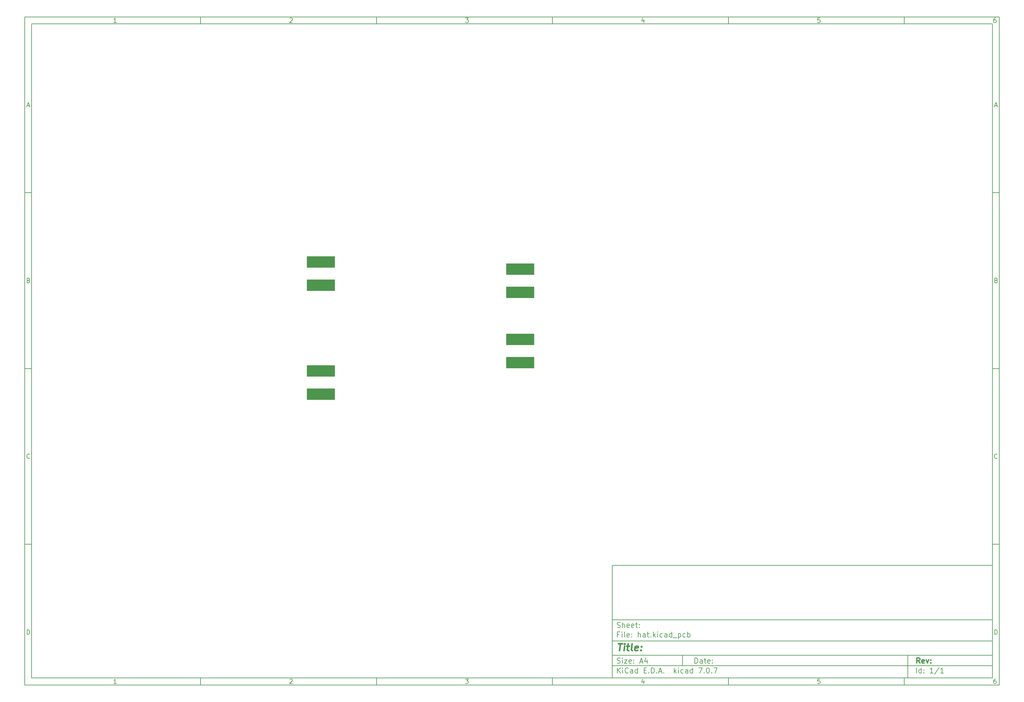
<source format=gbp>
%TF.GenerationSoftware,KiCad,Pcbnew,7.0.7*%
%TF.CreationDate,2023-12-26T13:29:34+01:00*%
%TF.ProjectId,hat,6861742e-6b69-4636-9164-5f7063625858,rev?*%
%TF.SameCoordinates,Original*%
%TF.FileFunction,Paste,Bot*%
%TF.FilePolarity,Positive*%
%FSLAX46Y46*%
G04 Gerber Fmt 4.6, Leading zero omitted, Abs format (unit mm)*
G04 Created by KiCad (PCBNEW 7.0.7) date 2023-12-26 13:29:34*
%MOMM*%
%LPD*%
G01*
G04 APERTURE LIST*
%ADD10C,0.100000*%
%ADD11C,0.150000*%
%ADD12C,0.300000*%
%ADD13C,0.400000*%
%ADD14R,8.000000X3.300000*%
G04 APERTURE END LIST*
D10*
D11*
X177002200Y-166007200D02*
X285002200Y-166007200D01*
X285002200Y-198007200D01*
X177002200Y-198007200D01*
X177002200Y-166007200D01*
D10*
D11*
X10000000Y-10000000D02*
X287002200Y-10000000D01*
X287002200Y-200007200D01*
X10000000Y-200007200D01*
X10000000Y-10000000D01*
D10*
D11*
X12000000Y-12000000D02*
X285002200Y-12000000D01*
X285002200Y-198007200D01*
X12000000Y-198007200D01*
X12000000Y-12000000D01*
D10*
D11*
X60000000Y-12000000D02*
X60000000Y-10000000D01*
D10*
D11*
X110000000Y-12000000D02*
X110000000Y-10000000D01*
D10*
D11*
X160000000Y-12000000D02*
X160000000Y-10000000D01*
D10*
D11*
X210000000Y-12000000D02*
X210000000Y-10000000D01*
D10*
D11*
X260000000Y-12000000D02*
X260000000Y-10000000D01*
D10*
D11*
X36089160Y-11593604D02*
X35346303Y-11593604D01*
X35717731Y-11593604D02*
X35717731Y-10293604D01*
X35717731Y-10293604D02*
X35593922Y-10479319D01*
X35593922Y-10479319D02*
X35470112Y-10603128D01*
X35470112Y-10603128D02*
X35346303Y-10665033D01*
D10*
D11*
X85346303Y-10417414D02*
X85408207Y-10355509D01*
X85408207Y-10355509D02*
X85532017Y-10293604D01*
X85532017Y-10293604D02*
X85841541Y-10293604D01*
X85841541Y-10293604D02*
X85965350Y-10355509D01*
X85965350Y-10355509D02*
X86027255Y-10417414D01*
X86027255Y-10417414D02*
X86089160Y-10541223D01*
X86089160Y-10541223D02*
X86089160Y-10665033D01*
X86089160Y-10665033D02*
X86027255Y-10850747D01*
X86027255Y-10850747D02*
X85284398Y-11593604D01*
X85284398Y-11593604D02*
X86089160Y-11593604D01*
D10*
D11*
X135284398Y-10293604D02*
X136089160Y-10293604D01*
X136089160Y-10293604D02*
X135655826Y-10788842D01*
X135655826Y-10788842D02*
X135841541Y-10788842D01*
X135841541Y-10788842D02*
X135965350Y-10850747D01*
X135965350Y-10850747D02*
X136027255Y-10912652D01*
X136027255Y-10912652D02*
X136089160Y-11036461D01*
X136089160Y-11036461D02*
X136089160Y-11345985D01*
X136089160Y-11345985D02*
X136027255Y-11469795D01*
X136027255Y-11469795D02*
X135965350Y-11531700D01*
X135965350Y-11531700D02*
X135841541Y-11593604D01*
X135841541Y-11593604D02*
X135470112Y-11593604D01*
X135470112Y-11593604D02*
X135346303Y-11531700D01*
X135346303Y-11531700D02*
X135284398Y-11469795D01*
D10*
D11*
X185965350Y-10726938D02*
X185965350Y-11593604D01*
X185655826Y-10231700D02*
X185346303Y-11160271D01*
X185346303Y-11160271D02*
X186151064Y-11160271D01*
D10*
D11*
X236027255Y-10293604D02*
X235408207Y-10293604D01*
X235408207Y-10293604D02*
X235346303Y-10912652D01*
X235346303Y-10912652D02*
X235408207Y-10850747D01*
X235408207Y-10850747D02*
X235532017Y-10788842D01*
X235532017Y-10788842D02*
X235841541Y-10788842D01*
X235841541Y-10788842D02*
X235965350Y-10850747D01*
X235965350Y-10850747D02*
X236027255Y-10912652D01*
X236027255Y-10912652D02*
X236089160Y-11036461D01*
X236089160Y-11036461D02*
X236089160Y-11345985D01*
X236089160Y-11345985D02*
X236027255Y-11469795D01*
X236027255Y-11469795D02*
X235965350Y-11531700D01*
X235965350Y-11531700D02*
X235841541Y-11593604D01*
X235841541Y-11593604D02*
X235532017Y-11593604D01*
X235532017Y-11593604D02*
X235408207Y-11531700D01*
X235408207Y-11531700D02*
X235346303Y-11469795D01*
D10*
D11*
X285965350Y-10293604D02*
X285717731Y-10293604D01*
X285717731Y-10293604D02*
X285593922Y-10355509D01*
X285593922Y-10355509D02*
X285532017Y-10417414D01*
X285532017Y-10417414D02*
X285408207Y-10603128D01*
X285408207Y-10603128D02*
X285346303Y-10850747D01*
X285346303Y-10850747D02*
X285346303Y-11345985D01*
X285346303Y-11345985D02*
X285408207Y-11469795D01*
X285408207Y-11469795D02*
X285470112Y-11531700D01*
X285470112Y-11531700D02*
X285593922Y-11593604D01*
X285593922Y-11593604D02*
X285841541Y-11593604D01*
X285841541Y-11593604D02*
X285965350Y-11531700D01*
X285965350Y-11531700D02*
X286027255Y-11469795D01*
X286027255Y-11469795D02*
X286089160Y-11345985D01*
X286089160Y-11345985D02*
X286089160Y-11036461D01*
X286089160Y-11036461D02*
X286027255Y-10912652D01*
X286027255Y-10912652D02*
X285965350Y-10850747D01*
X285965350Y-10850747D02*
X285841541Y-10788842D01*
X285841541Y-10788842D02*
X285593922Y-10788842D01*
X285593922Y-10788842D02*
X285470112Y-10850747D01*
X285470112Y-10850747D02*
X285408207Y-10912652D01*
X285408207Y-10912652D02*
X285346303Y-11036461D01*
D10*
D11*
X60000000Y-198007200D02*
X60000000Y-200007200D01*
D10*
D11*
X110000000Y-198007200D02*
X110000000Y-200007200D01*
D10*
D11*
X160000000Y-198007200D02*
X160000000Y-200007200D01*
D10*
D11*
X210000000Y-198007200D02*
X210000000Y-200007200D01*
D10*
D11*
X260000000Y-198007200D02*
X260000000Y-200007200D01*
D10*
D11*
X36089160Y-199600804D02*
X35346303Y-199600804D01*
X35717731Y-199600804D02*
X35717731Y-198300804D01*
X35717731Y-198300804D02*
X35593922Y-198486519D01*
X35593922Y-198486519D02*
X35470112Y-198610328D01*
X35470112Y-198610328D02*
X35346303Y-198672233D01*
D10*
D11*
X85346303Y-198424614D02*
X85408207Y-198362709D01*
X85408207Y-198362709D02*
X85532017Y-198300804D01*
X85532017Y-198300804D02*
X85841541Y-198300804D01*
X85841541Y-198300804D02*
X85965350Y-198362709D01*
X85965350Y-198362709D02*
X86027255Y-198424614D01*
X86027255Y-198424614D02*
X86089160Y-198548423D01*
X86089160Y-198548423D02*
X86089160Y-198672233D01*
X86089160Y-198672233D02*
X86027255Y-198857947D01*
X86027255Y-198857947D02*
X85284398Y-199600804D01*
X85284398Y-199600804D02*
X86089160Y-199600804D01*
D10*
D11*
X135284398Y-198300804D02*
X136089160Y-198300804D01*
X136089160Y-198300804D02*
X135655826Y-198796042D01*
X135655826Y-198796042D02*
X135841541Y-198796042D01*
X135841541Y-198796042D02*
X135965350Y-198857947D01*
X135965350Y-198857947D02*
X136027255Y-198919852D01*
X136027255Y-198919852D02*
X136089160Y-199043661D01*
X136089160Y-199043661D02*
X136089160Y-199353185D01*
X136089160Y-199353185D02*
X136027255Y-199476995D01*
X136027255Y-199476995D02*
X135965350Y-199538900D01*
X135965350Y-199538900D02*
X135841541Y-199600804D01*
X135841541Y-199600804D02*
X135470112Y-199600804D01*
X135470112Y-199600804D02*
X135346303Y-199538900D01*
X135346303Y-199538900D02*
X135284398Y-199476995D01*
D10*
D11*
X185965350Y-198734138D02*
X185965350Y-199600804D01*
X185655826Y-198238900D02*
X185346303Y-199167471D01*
X185346303Y-199167471D02*
X186151064Y-199167471D01*
D10*
D11*
X236027255Y-198300804D02*
X235408207Y-198300804D01*
X235408207Y-198300804D02*
X235346303Y-198919852D01*
X235346303Y-198919852D02*
X235408207Y-198857947D01*
X235408207Y-198857947D02*
X235532017Y-198796042D01*
X235532017Y-198796042D02*
X235841541Y-198796042D01*
X235841541Y-198796042D02*
X235965350Y-198857947D01*
X235965350Y-198857947D02*
X236027255Y-198919852D01*
X236027255Y-198919852D02*
X236089160Y-199043661D01*
X236089160Y-199043661D02*
X236089160Y-199353185D01*
X236089160Y-199353185D02*
X236027255Y-199476995D01*
X236027255Y-199476995D02*
X235965350Y-199538900D01*
X235965350Y-199538900D02*
X235841541Y-199600804D01*
X235841541Y-199600804D02*
X235532017Y-199600804D01*
X235532017Y-199600804D02*
X235408207Y-199538900D01*
X235408207Y-199538900D02*
X235346303Y-199476995D01*
D10*
D11*
X285965350Y-198300804D02*
X285717731Y-198300804D01*
X285717731Y-198300804D02*
X285593922Y-198362709D01*
X285593922Y-198362709D02*
X285532017Y-198424614D01*
X285532017Y-198424614D02*
X285408207Y-198610328D01*
X285408207Y-198610328D02*
X285346303Y-198857947D01*
X285346303Y-198857947D02*
X285346303Y-199353185D01*
X285346303Y-199353185D02*
X285408207Y-199476995D01*
X285408207Y-199476995D02*
X285470112Y-199538900D01*
X285470112Y-199538900D02*
X285593922Y-199600804D01*
X285593922Y-199600804D02*
X285841541Y-199600804D01*
X285841541Y-199600804D02*
X285965350Y-199538900D01*
X285965350Y-199538900D02*
X286027255Y-199476995D01*
X286027255Y-199476995D02*
X286089160Y-199353185D01*
X286089160Y-199353185D02*
X286089160Y-199043661D01*
X286089160Y-199043661D02*
X286027255Y-198919852D01*
X286027255Y-198919852D02*
X285965350Y-198857947D01*
X285965350Y-198857947D02*
X285841541Y-198796042D01*
X285841541Y-198796042D02*
X285593922Y-198796042D01*
X285593922Y-198796042D02*
X285470112Y-198857947D01*
X285470112Y-198857947D02*
X285408207Y-198919852D01*
X285408207Y-198919852D02*
X285346303Y-199043661D01*
D10*
D11*
X10000000Y-60000000D02*
X12000000Y-60000000D01*
D10*
D11*
X10000000Y-110000000D02*
X12000000Y-110000000D01*
D10*
D11*
X10000000Y-160000000D02*
X12000000Y-160000000D01*
D10*
D11*
X10690476Y-35222176D02*
X11309523Y-35222176D01*
X10566666Y-35593604D02*
X10999999Y-34293604D01*
X10999999Y-34293604D02*
X11433333Y-35593604D01*
D10*
D11*
X11092857Y-84912652D02*
X11278571Y-84974557D01*
X11278571Y-84974557D02*
X11340476Y-85036461D01*
X11340476Y-85036461D02*
X11402380Y-85160271D01*
X11402380Y-85160271D02*
X11402380Y-85345985D01*
X11402380Y-85345985D02*
X11340476Y-85469795D01*
X11340476Y-85469795D02*
X11278571Y-85531700D01*
X11278571Y-85531700D02*
X11154761Y-85593604D01*
X11154761Y-85593604D02*
X10659523Y-85593604D01*
X10659523Y-85593604D02*
X10659523Y-84293604D01*
X10659523Y-84293604D02*
X11092857Y-84293604D01*
X11092857Y-84293604D02*
X11216666Y-84355509D01*
X11216666Y-84355509D02*
X11278571Y-84417414D01*
X11278571Y-84417414D02*
X11340476Y-84541223D01*
X11340476Y-84541223D02*
X11340476Y-84665033D01*
X11340476Y-84665033D02*
X11278571Y-84788842D01*
X11278571Y-84788842D02*
X11216666Y-84850747D01*
X11216666Y-84850747D02*
X11092857Y-84912652D01*
X11092857Y-84912652D02*
X10659523Y-84912652D01*
D10*
D11*
X11402380Y-135469795D02*
X11340476Y-135531700D01*
X11340476Y-135531700D02*
X11154761Y-135593604D01*
X11154761Y-135593604D02*
X11030952Y-135593604D01*
X11030952Y-135593604D02*
X10845238Y-135531700D01*
X10845238Y-135531700D02*
X10721428Y-135407890D01*
X10721428Y-135407890D02*
X10659523Y-135284080D01*
X10659523Y-135284080D02*
X10597619Y-135036461D01*
X10597619Y-135036461D02*
X10597619Y-134850747D01*
X10597619Y-134850747D02*
X10659523Y-134603128D01*
X10659523Y-134603128D02*
X10721428Y-134479319D01*
X10721428Y-134479319D02*
X10845238Y-134355509D01*
X10845238Y-134355509D02*
X11030952Y-134293604D01*
X11030952Y-134293604D02*
X11154761Y-134293604D01*
X11154761Y-134293604D02*
X11340476Y-134355509D01*
X11340476Y-134355509D02*
X11402380Y-134417414D01*
D10*
D11*
X10659523Y-185593604D02*
X10659523Y-184293604D01*
X10659523Y-184293604D02*
X10969047Y-184293604D01*
X10969047Y-184293604D02*
X11154761Y-184355509D01*
X11154761Y-184355509D02*
X11278571Y-184479319D01*
X11278571Y-184479319D02*
X11340476Y-184603128D01*
X11340476Y-184603128D02*
X11402380Y-184850747D01*
X11402380Y-184850747D02*
X11402380Y-185036461D01*
X11402380Y-185036461D02*
X11340476Y-185284080D01*
X11340476Y-185284080D02*
X11278571Y-185407890D01*
X11278571Y-185407890D02*
X11154761Y-185531700D01*
X11154761Y-185531700D02*
X10969047Y-185593604D01*
X10969047Y-185593604D02*
X10659523Y-185593604D01*
D10*
D11*
X287002200Y-60000000D02*
X285002200Y-60000000D01*
D10*
D11*
X287002200Y-110000000D02*
X285002200Y-110000000D01*
D10*
D11*
X287002200Y-160000000D02*
X285002200Y-160000000D01*
D10*
D11*
X285692676Y-35222176D02*
X286311723Y-35222176D01*
X285568866Y-35593604D02*
X286002199Y-34293604D01*
X286002199Y-34293604D02*
X286435533Y-35593604D01*
D10*
D11*
X286095057Y-84912652D02*
X286280771Y-84974557D01*
X286280771Y-84974557D02*
X286342676Y-85036461D01*
X286342676Y-85036461D02*
X286404580Y-85160271D01*
X286404580Y-85160271D02*
X286404580Y-85345985D01*
X286404580Y-85345985D02*
X286342676Y-85469795D01*
X286342676Y-85469795D02*
X286280771Y-85531700D01*
X286280771Y-85531700D02*
X286156961Y-85593604D01*
X286156961Y-85593604D02*
X285661723Y-85593604D01*
X285661723Y-85593604D02*
X285661723Y-84293604D01*
X285661723Y-84293604D02*
X286095057Y-84293604D01*
X286095057Y-84293604D02*
X286218866Y-84355509D01*
X286218866Y-84355509D02*
X286280771Y-84417414D01*
X286280771Y-84417414D02*
X286342676Y-84541223D01*
X286342676Y-84541223D02*
X286342676Y-84665033D01*
X286342676Y-84665033D02*
X286280771Y-84788842D01*
X286280771Y-84788842D02*
X286218866Y-84850747D01*
X286218866Y-84850747D02*
X286095057Y-84912652D01*
X286095057Y-84912652D02*
X285661723Y-84912652D01*
D10*
D11*
X286404580Y-135469795D02*
X286342676Y-135531700D01*
X286342676Y-135531700D02*
X286156961Y-135593604D01*
X286156961Y-135593604D02*
X286033152Y-135593604D01*
X286033152Y-135593604D02*
X285847438Y-135531700D01*
X285847438Y-135531700D02*
X285723628Y-135407890D01*
X285723628Y-135407890D02*
X285661723Y-135284080D01*
X285661723Y-135284080D02*
X285599819Y-135036461D01*
X285599819Y-135036461D02*
X285599819Y-134850747D01*
X285599819Y-134850747D02*
X285661723Y-134603128D01*
X285661723Y-134603128D02*
X285723628Y-134479319D01*
X285723628Y-134479319D02*
X285847438Y-134355509D01*
X285847438Y-134355509D02*
X286033152Y-134293604D01*
X286033152Y-134293604D02*
X286156961Y-134293604D01*
X286156961Y-134293604D02*
X286342676Y-134355509D01*
X286342676Y-134355509D02*
X286404580Y-134417414D01*
D10*
D11*
X285661723Y-185593604D02*
X285661723Y-184293604D01*
X285661723Y-184293604D02*
X285971247Y-184293604D01*
X285971247Y-184293604D02*
X286156961Y-184355509D01*
X286156961Y-184355509D02*
X286280771Y-184479319D01*
X286280771Y-184479319D02*
X286342676Y-184603128D01*
X286342676Y-184603128D02*
X286404580Y-184850747D01*
X286404580Y-184850747D02*
X286404580Y-185036461D01*
X286404580Y-185036461D02*
X286342676Y-185284080D01*
X286342676Y-185284080D02*
X286280771Y-185407890D01*
X286280771Y-185407890D02*
X286156961Y-185531700D01*
X286156961Y-185531700D02*
X285971247Y-185593604D01*
X285971247Y-185593604D02*
X285661723Y-185593604D01*
D10*
D11*
X200458026Y-193793328D02*
X200458026Y-192293328D01*
X200458026Y-192293328D02*
X200815169Y-192293328D01*
X200815169Y-192293328D02*
X201029455Y-192364757D01*
X201029455Y-192364757D02*
X201172312Y-192507614D01*
X201172312Y-192507614D02*
X201243741Y-192650471D01*
X201243741Y-192650471D02*
X201315169Y-192936185D01*
X201315169Y-192936185D02*
X201315169Y-193150471D01*
X201315169Y-193150471D02*
X201243741Y-193436185D01*
X201243741Y-193436185D02*
X201172312Y-193579042D01*
X201172312Y-193579042D02*
X201029455Y-193721900D01*
X201029455Y-193721900D02*
X200815169Y-193793328D01*
X200815169Y-193793328D02*
X200458026Y-193793328D01*
X202600884Y-193793328D02*
X202600884Y-193007614D01*
X202600884Y-193007614D02*
X202529455Y-192864757D01*
X202529455Y-192864757D02*
X202386598Y-192793328D01*
X202386598Y-192793328D02*
X202100884Y-192793328D01*
X202100884Y-192793328D02*
X201958026Y-192864757D01*
X202600884Y-193721900D02*
X202458026Y-193793328D01*
X202458026Y-193793328D02*
X202100884Y-193793328D01*
X202100884Y-193793328D02*
X201958026Y-193721900D01*
X201958026Y-193721900D02*
X201886598Y-193579042D01*
X201886598Y-193579042D02*
X201886598Y-193436185D01*
X201886598Y-193436185D02*
X201958026Y-193293328D01*
X201958026Y-193293328D02*
X202100884Y-193221900D01*
X202100884Y-193221900D02*
X202458026Y-193221900D01*
X202458026Y-193221900D02*
X202600884Y-193150471D01*
X203100884Y-192793328D02*
X203672312Y-192793328D01*
X203315169Y-192293328D02*
X203315169Y-193579042D01*
X203315169Y-193579042D02*
X203386598Y-193721900D01*
X203386598Y-193721900D02*
X203529455Y-193793328D01*
X203529455Y-193793328D02*
X203672312Y-193793328D01*
X204743741Y-193721900D02*
X204600884Y-193793328D01*
X204600884Y-193793328D02*
X204315170Y-193793328D01*
X204315170Y-193793328D02*
X204172312Y-193721900D01*
X204172312Y-193721900D02*
X204100884Y-193579042D01*
X204100884Y-193579042D02*
X204100884Y-193007614D01*
X204100884Y-193007614D02*
X204172312Y-192864757D01*
X204172312Y-192864757D02*
X204315170Y-192793328D01*
X204315170Y-192793328D02*
X204600884Y-192793328D01*
X204600884Y-192793328D02*
X204743741Y-192864757D01*
X204743741Y-192864757D02*
X204815170Y-193007614D01*
X204815170Y-193007614D02*
X204815170Y-193150471D01*
X204815170Y-193150471D02*
X204100884Y-193293328D01*
X205458026Y-193650471D02*
X205529455Y-193721900D01*
X205529455Y-193721900D02*
X205458026Y-193793328D01*
X205458026Y-193793328D02*
X205386598Y-193721900D01*
X205386598Y-193721900D02*
X205458026Y-193650471D01*
X205458026Y-193650471D02*
X205458026Y-193793328D01*
X205458026Y-192864757D02*
X205529455Y-192936185D01*
X205529455Y-192936185D02*
X205458026Y-193007614D01*
X205458026Y-193007614D02*
X205386598Y-192936185D01*
X205386598Y-192936185D02*
X205458026Y-192864757D01*
X205458026Y-192864757D02*
X205458026Y-193007614D01*
D10*
D11*
X177002200Y-194507200D02*
X285002200Y-194507200D01*
D10*
D11*
X178458026Y-196593328D02*
X178458026Y-195093328D01*
X179315169Y-196593328D02*
X178672312Y-195736185D01*
X179315169Y-195093328D02*
X178458026Y-195950471D01*
X179958026Y-196593328D02*
X179958026Y-195593328D01*
X179958026Y-195093328D02*
X179886598Y-195164757D01*
X179886598Y-195164757D02*
X179958026Y-195236185D01*
X179958026Y-195236185D02*
X180029455Y-195164757D01*
X180029455Y-195164757D02*
X179958026Y-195093328D01*
X179958026Y-195093328D02*
X179958026Y-195236185D01*
X181529455Y-196450471D02*
X181458027Y-196521900D01*
X181458027Y-196521900D02*
X181243741Y-196593328D01*
X181243741Y-196593328D02*
X181100884Y-196593328D01*
X181100884Y-196593328D02*
X180886598Y-196521900D01*
X180886598Y-196521900D02*
X180743741Y-196379042D01*
X180743741Y-196379042D02*
X180672312Y-196236185D01*
X180672312Y-196236185D02*
X180600884Y-195950471D01*
X180600884Y-195950471D02*
X180600884Y-195736185D01*
X180600884Y-195736185D02*
X180672312Y-195450471D01*
X180672312Y-195450471D02*
X180743741Y-195307614D01*
X180743741Y-195307614D02*
X180886598Y-195164757D01*
X180886598Y-195164757D02*
X181100884Y-195093328D01*
X181100884Y-195093328D02*
X181243741Y-195093328D01*
X181243741Y-195093328D02*
X181458027Y-195164757D01*
X181458027Y-195164757D02*
X181529455Y-195236185D01*
X182815170Y-196593328D02*
X182815170Y-195807614D01*
X182815170Y-195807614D02*
X182743741Y-195664757D01*
X182743741Y-195664757D02*
X182600884Y-195593328D01*
X182600884Y-195593328D02*
X182315170Y-195593328D01*
X182315170Y-195593328D02*
X182172312Y-195664757D01*
X182815170Y-196521900D02*
X182672312Y-196593328D01*
X182672312Y-196593328D02*
X182315170Y-196593328D01*
X182315170Y-196593328D02*
X182172312Y-196521900D01*
X182172312Y-196521900D02*
X182100884Y-196379042D01*
X182100884Y-196379042D02*
X182100884Y-196236185D01*
X182100884Y-196236185D02*
X182172312Y-196093328D01*
X182172312Y-196093328D02*
X182315170Y-196021900D01*
X182315170Y-196021900D02*
X182672312Y-196021900D01*
X182672312Y-196021900D02*
X182815170Y-195950471D01*
X184172313Y-196593328D02*
X184172313Y-195093328D01*
X184172313Y-196521900D02*
X184029455Y-196593328D01*
X184029455Y-196593328D02*
X183743741Y-196593328D01*
X183743741Y-196593328D02*
X183600884Y-196521900D01*
X183600884Y-196521900D02*
X183529455Y-196450471D01*
X183529455Y-196450471D02*
X183458027Y-196307614D01*
X183458027Y-196307614D02*
X183458027Y-195879042D01*
X183458027Y-195879042D02*
X183529455Y-195736185D01*
X183529455Y-195736185D02*
X183600884Y-195664757D01*
X183600884Y-195664757D02*
X183743741Y-195593328D01*
X183743741Y-195593328D02*
X184029455Y-195593328D01*
X184029455Y-195593328D02*
X184172313Y-195664757D01*
X186029455Y-195807614D02*
X186529455Y-195807614D01*
X186743741Y-196593328D02*
X186029455Y-196593328D01*
X186029455Y-196593328D02*
X186029455Y-195093328D01*
X186029455Y-195093328D02*
X186743741Y-195093328D01*
X187386598Y-196450471D02*
X187458027Y-196521900D01*
X187458027Y-196521900D02*
X187386598Y-196593328D01*
X187386598Y-196593328D02*
X187315170Y-196521900D01*
X187315170Y-196521900D02*
X187386598Y-196450471D01*
X187386598Y-196450471D02*
X187386598Y-196593328D01*
X188100884Y-196593328D02*
X188100884Y-195093328D01*
X188100884Y-195093328D02*
X188458027Y-195093328D01*
X188458027Y-195093328D02*
X188672313Y-195164757D01*
X188672313Y-195164757D02*
X188815170Y-195307614D01*
X188815170Y-195307614D02*
X188886599Y-195450471D01*
X188886599Y-195450471D02*
X188958027Y-195736185D01*
X188958027Y-195736185D02*
X188958027Y-195950471D01*
X188958027Y-195950471D02*
X188886599Y-196236185D01*
X188886599Y-196236185D02*
X188815170Y-196379042D01*
X188815170Y-196379042D02*
X188672313Y-196521900D01*
X188672313Y-196521900D02*
X188458027Y-196593328D01*
X188458027Y-196593328D02*
X188100884Y-196593328D01*
X189600884Y-196450471D02*
X189672313Y-196521900D01*
X189672313Y-196521900D02*
X189600884Y-196593328D01*
X189600884Y-196593328D02*
X189529456Y-196521900D01*
X189529456Y-196521900D02*
X189600884Y-196450471D01*
X189600884Y-196450471D02*
X189600884Y-196593328D01*
X190243742Y-196164757D02*
X190958028Y-196164757D01*
X190100885Y-196593328D02*
X190600885Y-195093328D01*
X190600885Y-195093328D02*
X191100885Y-196593328D01*
X191600884Y-196450471D02*
X191672313Y-196521900D01*
X191672313Y-196521900D02*
X191600884Y-196593328D01*
X191600884Y-196593328D02*
X191529456Y-196521900D01*
X191529456Y-196521900D02*
X191600884Y-196450471D01*
X191600884Y-196450471D02*
X191600884Y-196593328D01*
X194600884Y-196593328D02*
X194600884Y-195093328D01*
X194743742Y-196021900D02*
X195172313Y-196593328D01*
X195172313Y-195593328D02*
X194600884Y-196164757D01*
X195815170Y-196593328D02*
X195815170Y-195593328D01*
X195815170Y-195093328D02*
X195743742Y-195164757D01*
X195743742Y-195164757D02*
X195815170Y-195236185D01*
X195815170Y-195236185D02*
X195886599Y-195164757D01*
X195886599Y-195164757D02*
X195815170Y-195093328D01*
X195815170Y-195093328D02*
X195815170Y-195236185D01*
X197172314Y-196521900D02*
X197029456Y-196593328D01*
X197029456Y-196593328D02*
X196743742Y-196593328D01*
X196743742Y-196593328D02*
X196600885Y-196521900D01*
X196600885Y-196521900D02*
X196529456Y-196450471D01*
X196529456Y-196450471D02*
X196458028Y-196307614D01*
X196458028Y-196307614D02*
X196458028Y-195879042D01*
X196458028Y-195879042D02*
X196529456Y-195736185D01*
X196529456Y-195736185D02*
X196600885Y-195664757D01*
X196600885Y-195664757D02*
X196743742Y-195593328D01*
X196743742Y-195593328D02*
X197029456Y-195593328D01*
X197029456Y-195593328D02*
X197172314Y-195664757D01*
X198458028Y-196593328D02*
X198458028Y-195807614D01*
X198458028Y-195807614D02*
X198386599Y-195664757D01*
X198386599Y-195664757D02*
X198243742Y-195593328D01*
X198243742Y-195593328D02*
X197958028Y-195593328D01*
X197958028Y-195593328D02*
X197815170Y-195664757D01*
X198458028Y-196521900D02*
X198315170Y-196593328D01*
X198315170Y-196593328D02*
X197958028Y-196593328D01*
X197958028Y-196593328D02*
X197815170Y-196521900D01*
X197815170Y-196521900D02*
X197743742Y-196379042D01*
X197743742Y-196379042D02*
X197743742Y-196236185D01*
X197743742Y-196236185D02*
X197815170Y-196093328D01*
X197815170Y-196093328D02*
X197958028Y-196021900D01*
X197958028Y-196021900D02*
X198315170Y-196021900D01*
X198315170Y-196021900D02*
X198458028Y-195950471D01*
X199815171Y-196593328D02*
X199815171Y-195093328D01*
X199815171Y-196521900D02*
X199672313Y-196593328D01*
X199672313Y-196593328D02*
X199386599Y-196593328D01*
X199386599Y-196593328D02*
X199243742Y-196521900D01*
X199243742Y-196521900D02*
X199172313Y-196450471D01*
X199172313Y-196450471D02*
X199100885Y-196307614D01*
X199100885Y-196307614D02*
X199100885Y-195879042D01*
X199100885Y-195879042D02*
X199172313Y-195736185D01*
X199172313Y-195736185D02*
X199243742Y-195664757D01*
X199243742Y-195664757D02*
X199386599Y-195593328D01*
X199386599Y-195593328D02*
X199672313Y-195593328D01*
X199672313Y-195593328D02*
X199815171Y-195664757D01*
X201529456Y-195093328D02*
X202529456Y-195093328D01*
X202529456Y-195093328D02*
X201886599Y-196593328D01*
X203100884Y-196450471D02*
X203172313Y-196521900D01*
X203172313Y-196521900D02*
X203100884Y-196593328D01*
X203100884Y-196593328D02*
X203029456Y-196521900D01*
X203029456Y-196521900D02*
X203100884Y-196450471D01*
X203100884Y-196450471D02*
X203100884Y-196593328D01*
X204100885Y-195093328D02*
X204243742Y-195093328D01*
X204243742Y-195093328D02*
X204386599Y-195164757D01*
X204386599Y-195164757D02*
X204458028Y-195236185D01*
X204458028Y-195236185D02*
X204529456Y-195379042D01*
X204529456Y-195379042D02*
X204600885Y-195664757D01*
X204600885Y-195664757D02*
X204600885Y-196021900D01*
X204600885Y-196021900D02*
X204529456Y-196307614D01*
X204529456Y-196307614D02*
X204458028Y-196450471D01*
X204458028Y-196450471D02*
X204386599Y-196521900D01*
X204386599Y-196521900D02*
X204243742Y-196593328D01*
X204243742Y-196593328D02*
X204100885Y-196593328D01*
X204100885Y-196593328D02*
X203958028Y-196521900D01*
X203958028Y-196521900D02*
X203886599Y-196450471D01*
X203886599Y-196450471D02*
X203815170Y-196307614D01*
X203815170Y-196307614D02*
X203743742Y-196021900D01*
X203743742Y-196021900D02*
X203743742Y-195664757D01*
X203743742Y-195664757D02*
X203815170Y-195379042D01*
X203815170Y-195379042D02*
X203886599Y-195236185D01*
X203886599Y-195236185D02*
X203958028Y-195164757D01*
X203958028Y-195164757D02*
X204100885Y-195093328D01*
X205243741Y-196450471D02*
X205315170Y-196521900D01*
X205315170Y-196521900D02*
X205243741Y-196593328D01*
X205243741Y-196593328D02*
X205172313Y-196521900D01*
X205172313Y-196521900D02*
X205243741Y-196450471D01*
X205243741Y-196450471D02*
X205243741Y-196593328D01*
X205815170Y-195093328D02*
X206815170Y-195093328D01*
X206815170Y-195093328D02*
X206172313Y-196593328D01*
D10*
D11*
X177002200Y-191507200D02*
X285002200Y-191507200D01*
D10*
D12*
X264413853Y-193785528D02*
X263913853Y-193071242D01*
X263556710Y-193785528D02*
X263556710Y-192285528D01*
X263556710Y-192285528D02*
X264128139Y-192285528D01*
X264128139Y-192285528D02*
X264270996Y-192356957D01*
X264270996Y-192356957D02*
X264342425Y-192428385D01*
X264342425Y-192428385D02*
X264413853Y-192571242D01*
X264413853Y-192571242D02*
X264413853Y-192785528D01*
X264413853Y-192785528D02*
X264342425Y-192928385D01*
X264342425Y-192928385D02*
X264270996Y-192999814D01*
X264270996Y-192999814D02*
X264128139Y-193071242D01*
X264128139Y-193071242D02*
X263556710Y-193071242D01*
X265628139Y-193714100D02*
X265485282Y-193785528D01*
X265485282Y-193785528D02*
X265199568Y-193785528D01*
X265199568Y-193785528D02*
X265056710Y-193714100D01*
X265056710Y-193714100D02*
X264985282Y-193571242D01*
X264985282Y-193571242D02*
X264985282Y-192999814D01*
X264985282Y-192999814D02*
X265056710Y-192856957D01*
X265056710Y-192856957D02*
X265199568Y-192785528D01*
X265199568Y-192785528D02*
X265485282Y-192785528D01*
X265485282Y-192785528D02*
X265628139Y-192856957D01*
X265628139Y-192856957D02*
X265699568Y-192999814D01*
X265699568Y-192999814D02*
X265699568Y-193142671D01*
X265699568Y-193142671D02*
X264985282Y-193285528D01*
X266199567Y-192785528D02*
X266556710Y-193785528D01*
X266556710Y-193785528D02*
X266913853Y-192785528D01*
X267485281Y-193642671D02*
X267556710Y-193714100D01*
X267556710Y-193714100D02*
X267485281Y-193785528D01*
X267485281Y-193785528D02*
X267413853Y-193714100D01*
X267413853Y-193714100D02*
X267485281Y-193642671D01*
X267485281Y-193642671D02*
X267485281Y-193785528D01*
X267485281Y-192856957D02*
X267556710Y-192928385D01*
X267556710Y-192928385D02*
X267485281Y-192999814D01*
X267485281Y-192999814D02*
X267413853Y-192928385D01*
X267413853Y-192928385D02*
X267485281Y-192856957D01*
X267485281Y-192856957D02*
X267485281Y-192999814D01*
D10*
D11*
X178386598Y-193721900D02*
X178600884Y-193793328D01*
X178600884Y-193793328D02*
X178958026Y-193793328D01*
X178958026Y-193793328D02*
X179100884Y-193721900D01*
X179100884Y-193721900D02*
X179172312Y-193650471D01*
X179172312Y-193650471D02*
X179243741Y-193507614D01*
X179243741Y-193507614D02*
X179243741Y-193364757D01*
X179243741Y-193364757D02*
X179172312Y-193221900D01*
X179172312Y-193221900D02*
X179100884Y-193150471D01*
X179100884Y-193150471D02*
X178958026Y-193079042D01*
X178958026Y-193079042D02*
X178672312Y-193007614D01*
X178672312Y-193007614D02*
X178529455Y-192936185D01*
X178529455Y-192936185D02*
X178458026Y-192864757D01*
X178458026Y-192864757D02*
X178386598Y-192721900D01*
X178386598Y-192721900D02*
X178386598Y-192579042D01*
X178386598Y-192579042D02*
X178458026Y-192436185D01*
X178458026Y-192436185D02*
X178529455Y-192364757D01*
X178529455Y-192364757D02*
X178672312Y-192293328D01*
X178672312Y-192293328D02*
X179029455Y-192293328D01*
X179029455Y-192293328D02*
X179243741Y-192364757D01*
X179886597Y-193793328D02*
X179886597Y-192793328D01*
X179886597Y-192293328D02*
X179815169Y-192364757D01*
X179815169Y-192364757D02*
X179886597Y-192436185D01*
X179886597Y-192436185D02*
X179958026Y-192364757D01*
X179958026Y-192364757D02*
X179886597Y-192293328D01*
X179886597Y-192293328D02*
X179886597Y-192436185D01*
X180458026Y-192793328D02*
X181243741Y-192793328D01*
X181243741Y-192793328D02*
X180458026Y-193793328D01*
X180458026Y-193793328D02*
X181243741Y-193793328D01*
X182386598Y-193721900D02*
X182243741Y-193793328D01*
X182243741Y-193793328D02*
X181958027Y-193793328D01*
X181958027Y-193793328D02*
X181815169Y-193721900D01*
X181815169Y-193721900D02*
X181743741Y-193579042D01*
X181743741Y-193579042D02*
X181743741Y-193007614D01*
X181743741Y-193007614D02*
X181815169Y-192864757D01*
X181815169Y-192864757D02*
X181958027Y-192793328D01*
X181958027Y-192793328D02*
X182243741Y-192793328D01*
X182243741Y-192793328D02*
X182386598Y-192864757D01*
X182386598Y-192864757D02*
X182458027Y-193007614D01*
X182458027Y-193007614D02*
X182458027Y-193150471D01*
X182458027Y-193150471D02*
X181743741Y-193293328D01*
X183100883Y-193650471D02*
X183172312Y-193721900D01*
X183172312Y-193721900D02*
X183100883Y-193793328D01*
X183100883Y-193793328D02*
X183029455Y-193721900D01*
X183029455Y-193721900D02*
X183100883Y-193650471D01*
X183100883Y-193650471D02*
X183100883Y-193793328D01*
X183100883Y-192864757D02*
X183172312Y-192936185D01*
X183172312Y-192936185D02*
X183100883Y-193007614D01*
X183100883Y-193007614D02*
X183029455Y-192936185D01*
X183029455Y-192936185D02*
X183100883Y-192864757D01*
X183100883Y-192864757D02*
X183100883Y-193007614D01*
X184886598Y-193364757D02*
X185600884Y-193364757D01*
X184743741Y-193793328D02*
X185243741Y-192293328D01*
X185243741Y-192293328D02*
X185743741Y-193793328D01*
X186886598Y-192793328D02*
X186886598Y-193793328D01*
X186529455Y-192221900D02*
X186172312Y-193293328D01*
X186172312Y-193293328D02*
X187100883Y-193293328D01*
D10*
D11*
X263458026Y-196593328D02*
X263458026Y-195093328D01*
X264815170Y-196593328D02*
X264815170Y-195093328D01*
X264815170Y-196521900D02*
X264672312Y-196593328D01*
X264672312Y-196593328D02*
X264386598Y-196593328D01*
X264386598Y-196593328D02*
X264243741Y-196521900D01*
X264243741Y-196521900D02*
X264172312Y-196450471D01*
X264172312Y-196450471D02*
X264100884Y-196307614D01*
X264100884Y-196307614D02*
X264100884Y-195879042D01*
X264100884Y-195879042D02*
X264172312Y-195736185D01*
X264172312Y-195736185D02*
X264243741Y-195664757D01*
X264243741Y-195664757D02*
X264386598Y-195593328D01*
X264386598Y-195593328D02*
X264672312Y-195593328D01*
X264672312Y-195593328D02*
X264815170Y-195664757D01*
X265529455Y-196450471D02*
X265600884Y-196521900D01*
X265600884Y-196521900D02*
X265529455Y-196593328D01*
X265529455Y-196593328D02*
X265458027Y-196521900D01*
X265458027Y-196521900D02*
X265529455Y-196450471D01*
X265529455Y-196450471D02*
X265529455Y-196593328D01*
X265529455Y-195664757D02*
X265600884Y-195736185D01*
X265600884Y-195736185D02*
X265529455Y-195807614D01*
X265529455Y-195807614D02*
X265458027Y-195736185D01*
X265458027Y-195736185D02*
X265529455Y-195664757D01*
X265529455Y-195664757D02*
X265529455Y-195807614D01*
X268172313Y-196593328D02*
X267315170Y-196593328D01*
X267743741Y-196593328D02*
X267743741Y-195093328D01*
X267743741Y-195093328D02*
X267600884Y-195307614D01*
X267600884Y-195307614D02*
X267458027Y-195450471D01*
X267458027Y-195450471D02*
X267315170Y-195521900D01*
X269886598Y-195021900D02*
X268600884Y-196950471D01*
X271172313Y-196593328D02*
X270315170Y-196593328D01*
X270743741Y-196593328D02*
X270743741Y-195093328D01*
X270743741Y-195093328D02*
X270600884Y-195307614D01*
X270600884Y-195307614D02*
X270458027Y-195450471D01*
X270458027Y-195450471D02*
X270315170Y-195521900D01*
D10*
D11*
X177002200Y-187507200D02*
X285002200Y-187507200D01*
D10*
D13*
X178693928Y-188211638D02*
X179836785Y-188211638D01*
X179015357Y-190211638D02*
X179265357Y-188211638D01*
X180253452Y-190211638D02*
X180420119Y-188878304D01*
X180503452Y-188211638D02*
X180396309Y-188306876D01*
X180396309Y-188306876D02*
X180479643Y-188402114D01*
X180479643Y-188402114D02*
X180586786Y-188306876D01*
X180586786Y-188306876D02*
X180503452Y-188211638D01*
X180503452Y-188211638D02*
X180479643Y-188402114D01*
X181086786Y-188878304D02*
X181848690Y-188878304D01*
X181455833Y-188211638D02*
X181241548Y-189925923D01*
X181241548Y-189925923D02*
X181312976Y-190116400D01*
X181312976Y-190116400D02*
X181491548Y-190211638D01*
X181491548Y-190211638D02*
X181682024Y-190211638D01*
X182634405Y-190211638D02*
X182455833Y-190116400D01*
X182455833Y-190116400D02*
X182384405Y-189925923D01*
X182384405Y-189925923D02*
X182598690Y-188211638D01*
X184170119Y-190116400D02*
X183967738Y-190211638D01*
X183967738Y-190211638D02*
X183586785Y-190211638D01*
X183586785Y-190211638D02*
X183408214Y-190116400D01*
X183408214Y-190116400D02*
X183336785Y-189925923D01*
X183336785Y-189925923D02*
X183432024Y-189164019D01*
X183432024Y-189164019D02*
X183551071Y-188973542D01*
X183551071Y-188973542D02*
X183753452Y-188878304D01*
X183753452Y-188878304D02*
X184134404Y-188878304D01*
X184134404Y-188878304D02*
X184312976Y-188973542D01*
X184312976Y-188973542D02*
X184384404Y-189164019D01*
X184384404Y-189164019D02*
X184360595Y-189354495D01*
X184360595Y-189354495D02*
X183384404Y-189544971D01*
X185134405Y-190021161D02*
X185217738Y-190116400D01*
X185217738Y-190116400D02*
X185110595Y-190211638D01*
X185110595Y-190211638D02*
X185027262Y-190116400D01*
X185027262Y-190116400D02*
X185134405Y-190021161D01*
X185134405Y-190021161D02*
X185110595Y-190211638D01*
X185265357Y-188973542D02*
X185348690Y-189068780D01*
X185348690Y-189068780D02*
X185241548Y-189164019D01*
X185241548Y-189164019D02*
X185158214Y-189068780D01*
X185158214Y-189068780D02*
X185265357Y-188973542D01*
X185265357Y-188973542D02*
X185241548Y-189164019D01*
D10*
D11*
X178958026Y-185607614D02*
X178458026Y-185607614D01*
X178458026Y-186393328D02*
X178458026Y-184893328D01*
X178458026Y-184893328D02*
X179172312Y-184893328D01*
X179743740Y-186393328D02*
X179743740Y-185393328D01*
X179743740Y-184893328D02*
X179672312Y-184964757D01*
X179672312Y-184964757D02*
X179743740Y-185036185D01*
X179743740Y-185036185D02*
X179815169Y-184964757D01*
X179815169Y-184964757D02*
X179743740Y-184893328D01*
X179743740Y-184893328D02*
X179743740Y-185036185D01*
X180672312Y-186393328D02*
X180529455Y-186321900D01*
X180529455Y-186321900D02*
X180458026Y-186179042D01*
X180458026Y-186179042D02*
X180458026Y-184893328D01*
X181815169Y-186321900D02*
X181672312Y-186393328D01*
X181672312Y-186393328D02*
X181386598Y-186393328D01*
X181386598Y-186393328D02*
X181243740Y-186321900D01*
X181243740Y-186321900D02*
X181172312Y-186179042D01*
X181172312Y-186179042D02*
X181172312Y-185607614D01*
X181172312Y-185607614D02*
X181243740Y-185464757D01*
X181243740Y-185464757D02*
X181386598Y-185393328D01*
X181386598Y-185393328D02*
X181672312Y-185393328D01*
X181672312Y-185393328D02*
X181815169Y-185464757D01*
X181815169Y-185464757D02*
X181886598Y-185607614D01*
X181886598Y-185607614D02*
X181886598Y-185750471D01*
X181886598Y-185750471D02*
X181172312Y-185893328D01*
X182529454Y-186250471D02*
X182600883Y-186321900D01*
X182600883Y-186321900D02*
X182529454Y-186393328D01*
X182529454Y-186393328D02*
X182458026Y-186321900D01*
X182458026Y-186321900D02*
X182529454Y-186250471D01*
X182529454Y-186250471D02*
X182529454Y-186393328D01*
X182529454Y-185464757D02*
X182600883Y-185536185D01*
X182600883Y-185536185D02*
X182529454Y-185607614D01*
X182529454Y-185607614D02*
X182458026Y-185536185D01*
X182458026Y-185536185D02*
X182529454Y-185464757D01*
X182529454Y-185464757D02*
X182529454Y-185607614D01*
X184386597Y-186393328D02*
X184386597Y-184893328D01*
X185029455Y-186393328D02*
X185029455Y-185607614D01*
X185029455Y-185607614D02*
X184958026Y-185464757D01*
X184958026Y-185464757D02*
X184815169Y-185393328D01*
X184815169Y-185393328D02*
X184600883Y-185393328D01*
X184600883Y-185393328D02*
X184458026Y-185464757D01*
X184458026Y-185464757D02*
X184386597Y-185536185D01*
X186386598Y-186393328D02*
X186386598Y-185607614D01*
X186386598Y-185607614D02*
X186315169Y-185464757D01*
X186315169Y-185464757D02*
X186172312Y-185393328D01*
X186172312Y-185393328D02*
X185886598Y-185393328D01*
X185886598Y-185393328D02*
X185743740Y-185464757D01*
X186386598Y-186321900D02*
X186243740Y-186393328D01*
X186243740Y-186393328D02*
X185886598Y-186393328D01*
X185886598Y-186393328D02*
X185743740Y-186321900D01*
X185743740Y-186321900D02*
X185672312Y-186179042D01*
X185672312Y-186179042D02*
X185672312Y-186036185D01*
X185672312Y-186036185D02*
X185743740Y-185893328D01*
X185743740Y-185893328D02*
X185886598Y-185821900D01*
X185886598Y-185821900D02*
X186243740Y-185821900D01*
X186243740Y-185821900D02*
X186386598Y-185750471D01*
X186886598Y-185393328D02*
X187458026Y-185393328D01*
X187100883Y-184893328D02*
X187100883Y-186179042D01*
X187100883Y-186179042D02*
X187172312Y-186321900D01*
X187172312Y-186321900D02*
X187315169Y-186393328D01*
X187315169Y-186393328D02*
X187458026Y-186393328D01*
X187958026Y-186250471D02*
X188029455Y-186321900D01*
X188029455Y-186321900D02*
X187958026Y-186393328D01*
X187958026Y-186393328D02*
X187886598Y-186321900D01*
X187886598Y-186321900D02*
X187958026Y-186250471D01*
X187958026Y-186250471D02*
X187958026Y-186393328D01*
X188672312Y-186393328D02*
X188672312Y-184893328D01*
X188815170Y-185821900D02*
X189243741Y-186393328D01*
X189243741Y-185393328D02*
X188672312Y-185964757D01*
X189886598Y-186393328D02*
X189886598Y-185393328D01*
X189886598Y-184893328D02*
X189815170Y-184964757D01*
X189815170Y-184964757D02*
X189886598Y-185036185D01*
X189886598Y-185036185D02*
X189958027Y-184964757D01*
X189958027Y-184964757D02*
X189886598Y-184893328D01*
X189886598Y-184893328D02*
X189886598Y-185036185D01*
X191243742Y-186321900D02*
X191100884Y-186393328D01*
X191100884Y-186393328D02*
X190815170Y-186393328D01*
X190815170Y-186393328D02*
X190672313Y-186321900D01*
X190672313Y-186321900D02*
X190600884Y-186250471D01*
X190600884Y-186250471D02*
X190529456Y-186107614D01*
X190529456Y-186107614D02*
X190529456Y-185679042D01*
X190529456Y-185679042D02*
X190600884Y-185536185D01*
X190600884Y-185536185D02*
X190672313Y-185464757D01*
X190672313Y-185464757D02*
X190815170Y-185393328D01*
X190815170Y-185393328D02*
X191100884Y-185393328D01*
X191100884Y-185393328D02*
X191243742Y-185464757D01*
X192529456Y-186393328D02*
X192529456Y-185607614D01*
X192529456Y-185607614D02*
X192458027Y-185464757D01*
X192458027Y-185464757D02*
X192315170Y-185393328D01*
X192315170Y-185393328D02*
X192029456Y-185393328D01*
X192029456Y-185393328D02*
X191886598Y-185464757D01*
X192529456Y-186321900D02*
X192386598Y-186393328D01*
X192386598Y-186393328D02*
X192029456Y-186393328D01*
X192029456Y-186393328D02*
X191886598Y-186321900D01*
X191886598Y-186321900D02*
X191815170Y-186179042D01*
X191815170Y-186179042D02*
X191815170Y-186036185D01*
X191815170Y-186036185D02*
X191886598Y-185893328D01*
X191886598Y-185893328D02*
X192029456Y-185821900D01*
X192029456Y-185821900D02*
X192386598Y-185821900D01*
X192386598Y-185821900D02*
X192529456Y-185750471D01*
X193886599Y-186393328D02*
X193886599Y-184893328D01*
X193886599Y-186321900D02*
X193743741Y-186393328D01*
X193743741Y-186393328D02*
X193458027Y-186393328D01*
X193458027Y-186393328D02*
X193315170Y-186321900D01*
X193315170Y-186321900D02*
X193243741Y-186250471D01*
X193243741Y-186250471D02*
X193172313Y-186107614D01*
X193172313Y-186107614D02*
X193172313Y-185679042D01*
X193172313Y-185679042D02*
X193243741Y-185536185D01*
X193243741Y-185536185D02*
X193315170Y-185464757D01*
X193315170Y-185464757D02*
X193458027Y-185393328D01*
X193458027Y-185393328D02*
X193743741Y-185393328D01*
X193743741Y-185393328D02*
X193886599Y-185464757D01*
X194243742Y-186536185D02*
X195386599Y-186536185D01*
X195743741Y-185393328D02*
X195743741Y-186893328D01*
X195743741Y-185464757D02*
X195886599Y-185393328D01*
X195886599Y-185393328D02*
X196172313Y-185393328D01*
X196172313Y-185393328D02*
X196315170Y-185464757D01*
X196315170Y-185464757D02*
X196386599Y-185536185D01*
X196386599Y-185536185D02*
X196458027Y-185679042D01*
X196458027Y-185679042D02*
X196458027Y-186107614D01*
X196458027Y-186107614D02*
X196386599Y-186250471D01*
X196386599Y-186250471D02*
X196315170Y-186321900D01*
X196315170Y-186321900D02*
X196172313Y-186393328D01*
X196172313Y-186393328D02*
X195886599Y-186393328D01*
X195886599Y-186393328D02*
X195743741Y-186321900D01*
X197743742Y-186321900D02*
X197600884Y-186393328D01*
X197600884Y-186393328D02*
X197315170Y-186393328D01*
X197315170Y-186393328D02*
X197172313Y-186321900D01*
X197172313Y-186321900D02*
X197100884Y-186250471D01*
X197100884Y-186250471D02*
X197029456Y-186107614D01*
X197029456Y-186107614D02*
X197029456Y-185679042D01*
X197029456Y-185679042D02*
X197100884Y-185536185D01*
X197100884Y-185536185D02*
X197172313Y-185464757D01*
X197172313Y-185464757D02*
X197315170Y-185393328D01*
X197315170Y-185393328D02*
X197600884Y-185393328D01*
X197600884Y-185393328D02*
X197743742Y-185464757D01*
X198386598Y-186393328D02*
X198386598Y-184893328D01*
X198386598Y-185464757D02*
X198529456Y-185393328D01*
X198529456Y-185393328D02*
X198815170Y-185393328D01*
X198815170Y-185393328D02*
X198958027Y-185464757D01*
X198958027Y-185464757D02*
X199029456Y-185536185D01*
X199029456Y-185536185D02*
X199100884Y-185679042D01*
X199100884Y-185679042D02*
X199100884Y-186107614D01*
X199100884Y-186107614D02*
X199029456Y-186250471D01*
X199029456Y-186250471D02*
X198958027Y-186321900D01*
X198958027Y-186321900D02*
X198815170Y-186393328D01*
X198815170Y-186393328D02*
X198529456Y-186393328D01*
X198529456Y-186393328D02*
X198386598Y-186321900D01*
D10*
D11*
X177002200Y-181507200D02*
X285002200Y-181507200D01*
D10*
D11*
X178386598Y-183621900D02*
X178600884Y-183693328D01*
X178600884Y-183693328D02*
X178958026Y-183693328D01*
X178958026Y-183693328D02*
X179100884Y-183621900D01*
X179100884Y-183621900D02*
X179172312Y-183550471D01*
X179172312Y-183550471D02*
X179243741Y-183407614D01*
X179243741Y-183407614D02*
X179243741Y-183264757D01*
X179243741Y-183264757D02*
X179172312Y-183121900D01*
X179172312Y-183121900D02*
X179100884Y-183050471D01*
X179100884Y-183050471D02*
X178958026Y-182979042D01*
X178958026Y-182979042D02*
X178672312Y-182907614D01*
X178672312Y-182907614D02*
X178529455Y-182836185D01*
X178529455Y-182836185D02*
X178458026Y-182764757D01*
X178458026Y-182764757D02*
X178386598Y-182621900D01*
X178386598Y-182621900D02*
X178386598Y-182479042D01*
X178386598Y-182479042D02*
X178458026Y-182336185D01*
X178458026Y-182336185D02*
X178529455Y-182264757D01*
X178529455Y-182264757D02*
X178672312Y-182193328D01*
X178672312Y-182193328D02*
X179029455Y-182193328D01*
X179029455Y-182193328D02*
X179243741Y-182264757D01*
X179886597Y-183693328D02*
X179886597Y-182193328D01*
X180529455Y-183693328D02*
X180529455Y-182907614D01*
X180529455Y-182907614D02*
X180458026Y-182764757D01*
X180458026Y-182764757D02*
X180315169Y-182693328D01*
X180315169Y-182693328D02*
X180100883Y-182693328D01*
X180100883Y-182693328D02*
X179958026Y-182764757D01*
X179958026Y-182764757D02*
X179886597Y-182836185D01*
X181815169Y-183621900D02*
X181672312Y-183693328D01*
X181672312Y-183693328D02*
X181386598Y-183693328D01*
X181386598Y-183693328D02*
X181243740Y-183621900D01*
X181243740Y-183621900D02*
X181172312Y-183479042D01*
X181172312Y-183479042D02*
X181172312Y-182907614D01*
X181172312Y-182907614D02*
X181243740Y-182764757D01*
X181243740Y-182764757D02*
X181386598Y-182693328D01*
X181386598Y-182693328D02*
X181672312Y-182693328D01*
X181672312Y-182693328D02*
X181815169Y-182764757D01*
X181815169Y-182764757D02*
X181886598Y-182907614D01*
X181886598Y-182907614D02*
X181886598Y-183050471D01*
X181886598Y-183050471D02*
X181172312Y-183193328D01*
X183100883Y-183621900D02*
X182958026Y-183693328D01*
X182958026Y-183693328D02*
X182672312Y-183693328D01*
X182672312Y-183693328D02*
X182529454Y-183621900D01*
X182529454Y-183621900D02*
X182458026Y-183479042D01*
X182458026Y-183479042D02*
X182458026Y-182907614D01*
X182458026Y-182907614D02*
X182529454Y-182764757D01*
X182529454Y-182764757D02*
X182672312Y-182693328D01*
X182672312Y-182693328D02*
X182958026Y-182693328D01*
X182958026Y-182693328D02*
X183100883Y-182764757D01*
X183100883Y-182764757D02*
X183172312Y-182907614D01*
X183172312Y-182907614D02*
X183172312Y-183050471D01*
X183172312Y-183050471D02*
X182458026Y-183193328D01*
X183600883Y-182693328D02*
X184172311Y-182693328D01*
X183815168Y-182193328D02*
X183815168Y-183479042D01*
X183815168Y-183479042D02*
X183886597Y-183621900D01*
X183886597Y-183621900D02*
X184029454Y-183693328D01*
X184029454Y-183693328D02*
X184172311Y-183693328D01*
X184672311Y-183550471D02*
X184743740Y-183621900D01*
X184743740Y-183621900D02*
X184672311Y-183693328D01*
X184672311Y-183693328D02*
X184600883Y-183621900D01*
X184600883Y-183621900D02*
X184672311Y-183550471D01*
X184672311Y-183550471D02*
X184672311Y-183693328D01*
X184672311Y-182764757D02*
X184743740Y-182836185D01*
X184743740Y-182836185D02*
X184672311Y-182907614D01*
X184672311Y-182907614D02*
X184600883Y-182836185D01*
X184600883Y-182836185D02*
X184672311Y-182764757D01*
X184672311Y-182764757D02*
X184672311Y-182907614D01*
D10*
D12*
D10*
D11*
D10*
D11*
D10*
D11*
D10*
D11*
D10*
D11*
X197002200Y-191507200D02*
X197002200Y-194507200D01*
D10*
D11*
X261002200Y-191507200D02*
X261002200Y-198007200D01*
D14*
%TO.C,RF304*%
X94140000Y-117300000D03*
X94140000Y-110700000D03*
%TD*%
%TO.C,RF303*%
X150800000Y-101700000D03*
X150800000Y-108300000D03*
%TD*%
%TO.C,RF302*%
X150800000Y-81700000D03*
X150800000Y-88300000D03*
%TD*%
%TO.C,RF301*%
X94140000Y-86300000D03*
X94140000Y-79700000D03*
%TD*%
M02*

</source>
